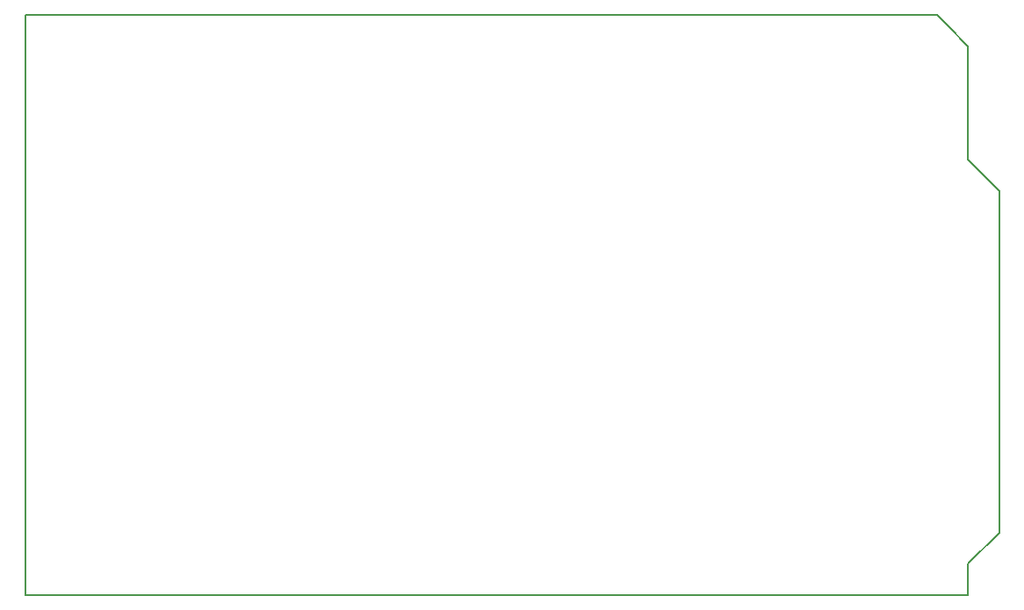
<source format=gm1>
%TF.GenerationSoftware,KiCad,Pcbnew,5.0.2+dfsg1-1*%
%TF.CreationDate,2020-05-23T15:41:05+02:00*%
%TF.ProjectId,stduinof429,73746475-696e-46f6-9634-32392e6b6963,rev?*%
%TF.SameCoordinates,Original*%
%TF.FileFunction,Profile,NP*%
%FSLAX46Y46*%
G04 Gerber Fmt 4.6, Leading zero omitted, Abs format (unit mm)*
G04 Created by KiCad (PCBNEW 5.0.2+dfsg1-1) date Sat 23 May 2020 03:41:05 PM CEST*
%MOMM*%
%LPD*%
G01*
G04 APERTURE LIST*
%ADD10C,0.150000*%
G04 APERTURE END LIST*
D10*
X86998000Y-127365000D02*
X86998000Y-72365000D01*
X102998000Y-127365000D02*
X86998000Y-127365000D01*
X86998000Y-71365000D02*
X86998000Y-72365000D01*
X100998000Y-71365000D02*
X86998000Y-71365000D01*
X102998000Y-127365000D02*
X103998000Y-127365000D01*
X103998000Y-127365000D02*
X177998000Y-127365000D01*
X173998000Y-71365000D02*
X100998000Y-71365000D01*
X174998000Y-71365000D02*
X175998000Y-72365000D01*
X173998000Y-71365000D02*
X174998000Y-71365000D01*
X177998000Y-124365000D02*
X177998000Y-127365000D01*
X180998000Y-121365000D02*
X177998000Y-124365000D01*
X180998000Y-88365000D02*
X180998000Y-121365000D01*
X177998000Y-85365000D02*
X180998000Y-88365000D01*
X177998000Y-74365000D02*
X177998000Y-85365000D01*
X175998000Y-72365000D02*
X177998000Y-74365000D01*
M02*

</source>
